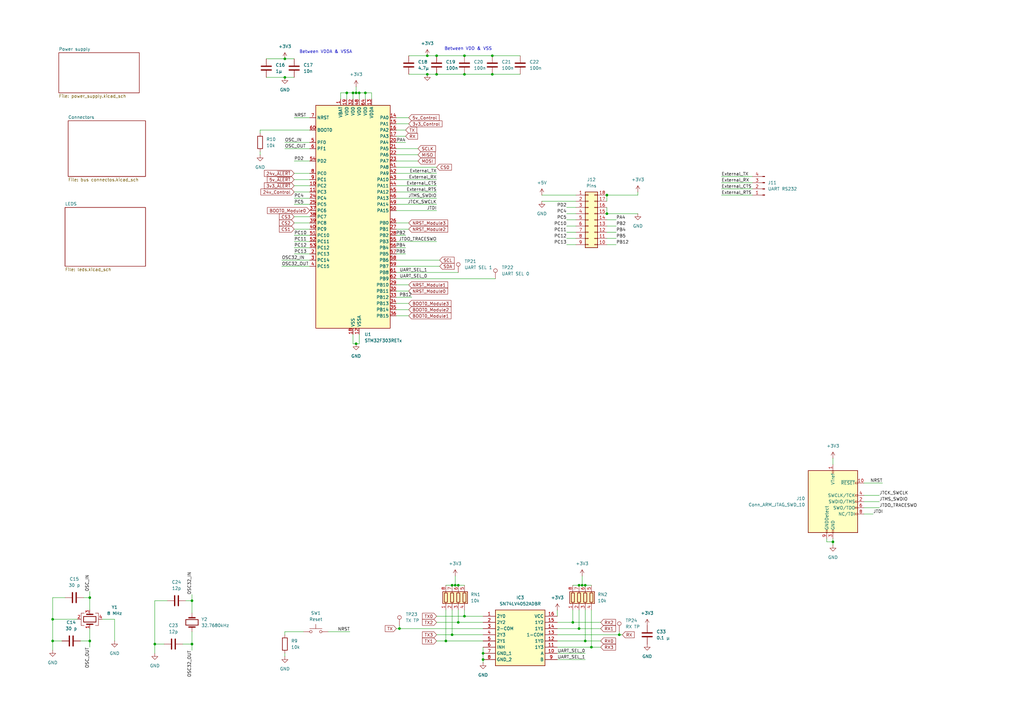
<source format=kicad_sch>
(kicad_sch (version 20231120) (generator "eeschema") (generator_version "8.0")
  (paper "A3")
  (title_block (title "OpenMTB"))
  (lib_symbols
    (symbol "Connector:Conn_01x04_Pin" (pin_names (offset 1.016) hide)
      (property "Reference" "J" (at 0 5.08 0))
      (property "Value" "Conn_01x04_Pin" (at 0 -7.62 0))
      (symbol "Conn_01x04_Pin_1_1"
        (polyline (pts (xy 1.27 -5.08) (xy 0.8636 -5.08)) (stroke (width 0.1524)))
        (polyline (pts (xy 1.27 -2.54) (xy 0.8636 -2.54)) (stroke (width 0.1524)))
        (polyline (pts (xy 1.27 0) (xy 0.8636 0)) (stroke (width 0.1524)))
        (polyline (pts (xy 1.27 2.54) (xy 0.8636 2.54)) (stroke (width 0.1524)))
        (rectangle (start 0.8636 -4.953) (end 0 -5.207) (stroke (width 0.1524)) (fill (type outline)))
        (rectangle (start 0.8636 -2.413) (end 0 -2.667) (stroke (width 0.1524)) (fill (type outline)))
        (rectangle (start 0.8636 0.127) (end 0 -0.127) (stroke (width 0.1524)) (fill (type outline)))
        (rectangle (start 0.8636 2.667) (end 0 2.413) (stroke (width 0.1524)) (fill (type outline)))
        (pin passive line (at 5.08 2.54 180) (length 3.81) (name "Pin_1") (number "1"))
        (pin passive line (at 5.08 0 180) (length 3.81) (name "Pin_2") (number "2"))
        (pin passive line (at 5.08 -2.54 180) (length 3.81) (name "Pin_3") (number "3"))
        (pin passive line (at 5.08 -5.08 180) (length 3.81) (name "Pin_4") (number "4"))
      )
    )
    (symbol "Connector:Conn_ARM_JTAG_SWD_10" (pin_names (offset 1.016))
      (property "Reference" "J" (at -2.54 16.51 0))
      (property "Value" "Conn_ARM_JTAG_SWD_10" (at -2.54 13.97 0))
      (symbol "Conn_ARM_JTAG_SWD_10_0_1"
        (rectangle (start -10.16 12.7) (end 10.16 -12.7) (stroke (width 0.254)) (fill (type background)))
        (rectangle (start -2.794 -12.7) (end -2.286 -11.684))
        (rectangle (start -0.254 -12.7) (end 0.254 -11.684))
        (rectangle (start -0.254 12.7) (end 0.254 11.684))
        (rectangle (start 9.144 2.286) (end 10.16 2.794))
        (rectangle (start 10.16 -2.794) (end 9.144 -2.286))
        (rectangle (start 10.16 -0.254) (end 9.144 0.254))
        (rectangle (start 10.16 7.874) (end 9.144 7.366))
      )
      (symbol "Conn_ARM_JTAG_SWD_10_1_1"
        (rectangle (start 9.144 -5.334) (end 10.16 -4.826))
        (pin power_in line (at 0 15.24 270) (length 2.54) (name "VTref") (number "1"))
        (pin open_collector line (at 12.7 7.62 180) (length 2.54) (name "~{RESET}") (number "10"))
        (pin bidirectional line (at 12.7 0 180) (length 2.54) (name "SWDIO/TMS") (number "2"))
        (pin power_in line (at 0 -15.24 90) (length 2.54) (name "GND") (number "3"))
        (pin output line (at 12.7 2.54 180) (length 2.54) (name "SWCLK/TCK") (number "4"))
        (pin passive line (at 0 -15.24 90) (length 2.54) hide (name "GND") (number "5"))
        (pin input line (at 12.7 -2.54 180) (length 2.54) (name "SWO/TDO") (number "6"))
        (pin no_connect line (at -10.16 0 0) (length 2.54) hide (name "KEY") (number "7"))
        (pin output line (at 12.7 -5.08 180) (length 2.54) (name "NC/TDI") (number "8"))
        (pin passive line (at -2.54 -15.24 90) (length 2.54) (name "GNDDetect") (number "9"))
      )
    )
    (symbol "Connector:TestPoint" (pin_numbers hide) (pin_names (offset 0.762) hide)
      (property "Reference" "TP" (at 0 6.858 0))
      (property "Value" "TestPoint" (at 0 5.08 0))
      (symbol "TestPoint_0_1"
        (circle (center 0 3.302) (radius 0.762))
      )
      (symbol "TestPoint_1_1"
        (pin passive line (at 0 0 90) (length 2.54) (name "1") (number "1"))
      )
    )
    (symbol "Connector_Generic:Conn_02x09_Counter_Clockwise" (pin_names (offset 1.016) hide)
      (property "Reference" "J" (at 1.27 12.7 0))
      (property "Value" "Conn_02x09_Counter_Clockwise" (at 1.27 -12.7 0))
      (symbol "Conn_02x09_Counter_Clockwise_1_1"
        (rectangle (start -1.27 -10.033) (end 0 -10.287) (stroke (width 0.1524)))
        (rectangle (start -1.27 -7.493) (end 0 -7.747) (stroke (width 0.1524)))
        (rectangle (start -1.27 -4.953) (end 0 -5.207) (stroke (width 0.1524)))
        (rectangle (start -1.27 -2.413) (end 0 -2.667) (stroke (width 0.1524)))
        (rectangle (start -1.27 0.127) (end 0 -0.127) (stroke (width 0.1524)))
        (rectangle (start -1.27 2.667) (end 0 2.413) (stroke (width 0.1524)))
        (rectangle (start -1.27 5.207) (end 0 4.953) (stroke (width 0.1524)))
        (rectangle (start -1.27 7.747) (end 0 7.493) (stroke (width 0.1524)))
        (rectangle (start -1.27 10.287) (end 0 10.033) (stroke (width 0.1524)))
        (rectangle (start -1.27 11.43) (end 3.81 -11.43) (stroke (width 0.254)) (fill (type background)))
        (rectangle (start 3.81 -10.033) (end 2.54 -10.287) (stroke (width 0.1524)))
        (rectangle (start 3.81 -7.493) (end 2.54 -7.747) (stroke (width 0.1524)))
        (rectangle (start 3.81 -4.953) (end 2.54 -5.207) (stroke (width 0.1524)))
        (rectangle (start 3.81 -2.413) (end 2.54 -2.667) (stroke (width 0.1524)))
        (rectangle (start 3.81 0.127) (end 2.54 -0.127) (stroke (width 0.1524)))
        (rectangle (start 3.81 2.667) (end 2.54 2.413) (stroke (width 0.1524)))
        (rectangle (start 3.81 5.207) (end 2.54 4.953) (stroke (width 0.1524)))
        (rectangle (start 3.81 7.747) (end 2.54 7.493) (stroke (width 0.1524)))
        (rectangle (start 3.81 10.287) (end 2.54 10.033) (stroke (width 0.1524)))
        (pin passive line (at -5.08 10.16 0) (length 3.81) (name "Pin_1") (number "1"))
        (pin passive line (at 7.62 -10.16 180) (length 3.81) (name "Pin_10") (number "10"))
        (pin passive line (at 7.62 -7.62 180) (length 3.81) (name "Pin_11") (number "11"))
        (pin passive line (at 7.62 -5.08 180) (length 3.81) (name "Pin_12") (number "12"))
        (pin passive line (at 7.62 -2.54 180) (length 3.81) (name "Pin_13") (number "13"))
        (pin passive line (at 7.62 0 180) (length 3.81) (name "Pin_14") (number "14"))
        (pin passive line (at 7.62 2.54 180) (length 3.81) (name "Pin_15") (number "15"))
        (pin passive line (at 7.62 5.08 180) (length 3.81) (name "Pin_16") (number "16"))
        (pin passive line (at 7.62 7.62 180) (length 3.81) (name "Pin_17") (number "17"))
        (pin passive line (at 7.62 10.16 180) (length 3.81) (name "Pin_18") (number "18"))
        (pin passive line (at -5.08 7.62 0) (length 3.81) (name "Pin_2") (number "2"))
        (pin passive line (at -5.08 5.08 0) (length 3.81) (name "Pin_3") (number "3"))
        (pin passive line (at -5.08 2.54 0) (length 3.81) (name "Pin_4") (number "4"))
        (pin passive line (at -5.08 0 0) (length 3.81) (name "Pin_5") (number "5"))
        (pin passive line (at -5.08 -2.54 0) (length 3.81) (name "Pin_6") (number "6"))
        (pin passive line (at -5.08 -5.08 0) (length 3.81) (name "Pin_7") (number "7"))
        (pin passive line (at -5.08 -7.62 0) (length 3.81) (name "Pin_8") (number "8"))
        (pin passive line (at -5.08 -10.16 0) (length 3.81) (name "Pin_9") (number "9"))
      )
    )
    (symbol "Device:C" (pin_numbers hide) (pin_names (offset 0.254))
      (property "Reference" "C" (at 0.635 2.54 0))
      (property "Value" "C" (at 0.635 -2.54 0))
      (symbol "C_0_1"
        (polyline (pts (xy -2.032 -0.762) (xy 2.032 -0.762)) (stroke (width 0.508)))
        (polyline (pts (xy -2.032 0.762) (xy 2.032 0.762)) (stroke (width 0.508)))
      )
      (symbol "C_1_1"
        (pin passive line (at 0 3.81 270) (length 2.794) (name "~") (number "1"))
        (pin passive line (at 0 -3.81 90) (length 2.794) (name "~") (number "2"))
      )
    )
    (symbol "Device:Crystal" (pin_numbers hide) (pin_names (offset 1.016) hide)
      (property "Reference" "Y" (at 0 3.81 0))
      (property "Value" "Crystal" (at 0 -3.81 0))
      (symbol "Crystal_0_1"
        (rectangle (start -1.143 2.54) (end 1.143 -2.54) (stroke (width 0.3048)))
        (polyline (pts (xy -2.54 0) (xy -1.905 0)))
        (polyline (pts (xy -1.905 -1.27) (xy -1.905 1.27)) (stroke (width 0.508)))
        (polyline (pts (xy 1.905 -1.27) (xy 1.905 1.27)) (stroke (width 0.508)))
        (polyline (pts (xy 2.54 0) (xy 1.905 0)))
      )
      (symbol "Crystal_1_1"
        (pin passive line (at -3.81 0 0) (length 1.27) (name "1") (number "1"))
        (pin passive line (at 3.81 0 180) (length 1.27) (name "2") (number "2"))
      )
    )
    (symbol "Device:Crystal_GND24" (pin_names (offset 1.016) hide)
      (property "Reference" "Y" (at 3.175 5.08 0))
      (property "Value" "Crystal_GND24" (at 3.175 3.175 0))
      (symbol "Crystal_GND24_0_1"
        (rectangle (start -1.143 2.54) (end 1.143 -2.54) (stroke (width 0.3048)))
        (polyline (pts (xy -2.54 0) (xy -2.032 0)))
        (polyline (pts (xy -2.032 -1.27) (xy -2.032 1.27)) (stroke (width 0.508)))
        (polyline (pts (xy 0 -3.81) (xy 0 -3.556)))
        (polyline (pts (xy 0 3.556) (xy 0 3.81)))
        (polyline (pts (xy 2.032 -1.27) (xy 2.032 1.27)) (stroke (width 0.508)))
        (polyline (pts (xy 2.032 0) (xy 2.54 0)))
        (polyline (pts (xy -2.54 -2.286) (xy -2.54 -3.556) (xy 2.54 -3.556) (xy 2.54 -2.286)))
        (polyline (pts (xy -2.54 2.286) (xy -2.54 3.556) (xy 2.54 3.556) (xy 2.54 2.286)))
      )
      (symbol "Crystal_GND24_1_1"
        (pin passive line (at -3.81 0 0) (length 1.27) (name "1") (number "1"))
        (pin passive line (at 0 5.08 270) (length 1.27) (name "2") (number "2"))
        (pin passive line (at 3.81 0 180) (length 1.27) (name "3") (number "3"))
        (pin passive line (at 0 -5.08 90) (length 1.27) (name "4") (number "4"))
      )
    )
    (symbol "Device:R" (pin_numbers hide) (pin_names (offset 0))
      (property "Reference" "R" (at 2.032 0 90))
      (property "Value" "R" (at 0 0 90))
      (symbol "R_0_1"
        (rectangle (start -1.016 -2.54) (end 1.016 2.54) (stroke (width 0.254)))
      )
      (symbol "R_1_1"
        (pin passive line (at 0 3.81 270) (length 1.27) (name "~") (number "1"))
        (pin passive line (at 0 -3.81 90) (length 1.27) (name "~") (number "2"))
      )
    )
    (symbol "Device:R_Pack04" (pin_names (offset 0) hide)
      (property "Reference" "RN" (at -7.62 0 90))
      (property "Value" "R_Pack04" (at 5.08 0 90))
      (symbol "R_Pack04_0_1"
        (rectangle (start -6.35 -2.413) (end 3.81 2.413) (stroke (width 0.254)) (fill (type background)))
        (rectangle (start -5.715 1.905) (end -4.445 -1.905) (stroke (width 0.254)))
        (rectangle (start -3.175 1.905) (end -1.905 -1.905) (stroke (width 0.254)))
        (rectangle (start -0.635 1.905) (end 0.635 -1.905) (stroke (width 0.254)))
        (polyline (pts (xy -5.08 -2.54) (xy -5.08 -1.905)))
        (polyline (pts (xy -5.08 1.905) (xy -5.08 2.54)))
        (polyline (pts (xy -2.54 -2.54) (xy -2.54 -1.905)))
        (polyline (pts (xy -2.54 1.905) (xy -2.54 2.54)))
        (polyline (pts (xy 0 -2.54) (xy 0 -1.905)))
        (polyline (pts (xy 0 1.905) (xy 0 2.54)))
        (polyline (pts (xy 2.54 -2.54) (xy 2.54 -1.905)))
        (polyline (pts (xy 2.54 1.905) (xy 2.54 2.54)))
        (rectangle (start 1.905 1.905) (end 3.175 -1.905) (stroke (width 0.254)))
      )
      (symbol "R_Pack04_1_1"
        (pin passive line (at -5.08 -5.08 90) (length 2.54) (name "R1.1") (number "1"))
        (pin passive line (at -2.54 -5.08 90) (length 2.54) (name "R2.1") (number "2"))
        (pin passive line (at 0 -5.08 90) (length 2.54) (name "R3.1") (number "3"))
        (pin passive line (at 2.54 -5.08 90) (length 2.54) (name "R4.1") (number "4"))
        (pin passive line (at 2.54 5.08 270) (length 2.54) (name "R4.2") (number "5"))
        (pin passive line (at 0 5.08 270) (length 2.54) (name "R3.2") (number "6"))
        (pin passive line (at -2.54 5.08 270) (length 2.54) (name "R2.2") (number "7"))
        (pin passive line (at -5.08 5.08 270) (length 2.54) (name "R1.2") (number "8"))
      )
    )
    (symbol "MCU_ST_STM32F3:STM32F303RETx"
      (property "Reference" "U" (at -15.24 46.99 0))
      (property "Value" "STM32F303RETx" (at 10.16 46.99 0))
      (symbol "STM32F303RETx_0_1"
        (rectangle (start -15.24 -45.72) (end 15.24 45.72) (stroke (width 0.254)) (fill (type background)))
      )
      (symbol "STM32F303RETx_1_1"
        (pin power_in line (at -5.08 48.26 270) (length 2.54) (name "VBAT") (number "1"))
        (pin bidirectional line (at -17.78 12.7 0) (length 2.54) (name "PC2") (number "10"))
        (pin bidirectional line (at -17.78 10.16 0) (length 2.54) (name "PC3") (number "11"))
        (pin power_in line (at 2.54 -48.26 90) (length 2.54) (name "VSSA") (number "12"))
        (pin power_in line (at 7.62 48.26 270) (length 2.54) (name "VDDA") (number "13"))
        (pin bidirectional line (at 17.78 40.64 180) (length 2.54) (name "PA0") (number "14"))
        (pin bidirectional line (at 17.78 38.1 180) (length 2.54) (name "PA1") (number "15"))
        (pin bidirectional line (at 17.78 35.56 180) (length 2.54) (name "PA2") (number "16"))
        (pin bidirectional line (at 17.78 33.02 180) (length 2.54) (name "PA3") (number "17"))
        (pin power_in line (at 0 -48.26 90) (length 2.54) (name "VSS") (number "18"))
        (pin power_in line (at -2.54 48.26 270) (length 2.54) (name "VDD") (number "19"))
        (pin bidirectional line (at -17.78 -15.24 0) (length 2.54) (name "PC13") (number "2"))
        (pin bidirectional line (at 17.78 30.48 180) (length 2.54) (name "PA4") (number "20"))
        (pin bidirectional line (at 17.78 27.94 180) (length 2.54) (name "PA5") (number "21"))
        (pin bidirectional line (at 17.78 25.4 180) (length 2.54) (name "PA6") (number "22"))
        (pin bidirectional line (at 17.78 22.86 180) (length 2.54) (name "PA7") (number "23"))
        (pin bidirectional line (at -17.78 7.62 0) (length 2.54) (name "PC4") (number "24"))
        (pin bidirectional line (at -17.78 5.08 0) (length 2.54) (name "PC5") (number "25"))
        (pin bidirectional line (at 17.78 -2.54 180) (length 2.54) (name "PB0") (number "26"))
        (pin bidirectional line (at 17.78 -5.08 180) (length 2.54) (name "PB1") (number "27"))
        (pin bidirectional line (at 17.78 -7.62 180) (length 2.54) (name "PB2") (number "28"))
        (pin bidirectional line (at 17.78 -27.94 180) (length 2.54) (name "PB10") (number "29"))
        (pin bidirectional line (at -17.78 -17.78 0) (length 2.54) (name "PC14") (number "3"))
        (pin bidirectional line (at 17.78 -30.48 180) (length 2.54) (name "PB11") (number "30"))
        (pin passive line (at 0 -48.26 90) (length 2.54) hide (name "VSS") (number "31"))
        (pin power_in line (at 0 48.26 270) (length 2.54) (name "VDD") (number "32"))
        (pin bidirectional line (at 17.78 -33.02 180) (length 2.54) (name "PB12") (number "33"))
        (pin bidirectional line (at 17.78 -35.56 180) (length 2.54) (name "PB13") (number "34"))
        (pin bidirectional line (at 17.78 -38.1 180) (length 2.54) (name "PB14") (number "35"))
        (pin bidirectional line (at 17.78 -40.64 180) (length 2.54) (name "PB15") (number "36"))
        (pin bidirectional line (at -17.78 2.54 0) (length 2.54) (name "PC6") (number "37"))
        (pin bidirectional line (at -17.78 0 0) (length 2.54) (name "PC7") (number "38"))
        (pin bidirectional line (at -17.78 -2.54 0) (length 2.54) (name "PC8") (number "39"))
        (pin bidirectional line (at -17.78 -20.32 0) (length 2.54) (name "PC15") (number "4"))
        (pin bidirectional line (at -17.78 -5.08 0) (length 2.54) (name "PC9") (number "40"))
        (pin bidirectional line (at 17.78 20.32 180) (length 2.54) (name "PA8") (number "41"))
        (pin bidirectional line (at 17.78 17.78 180) (length 2.54) (name "PA9") (number "42"))
        (pin bidirectional line (at 17.78 15.24 180) (length 2.54) (name "PA10") (number "43"))
        (pin bidirectional line (at 17.78 12.7 180) (length 2.54) (name "PA11") (number "44"))
        (pin bidirectional line (at 17.78 10.16 180) (length 2.54) (name "PA12") (number "45"))
        (pin bidirectional line (at 17.78 7.62 180) (length 2.54) (name "PA13") (number "46"))
        (pin passive line (at 0 -48.26 90) (length 2.54) hide (name "VSS") (number "47"))
        (pin power_in line (at 2.54 48.26 270) (length 2.54) (name "VDD") (number "48"))
        (pin bidirectional line (at 17.78 5.08 180) (length 2.54) (name "PA14") (number "49"))
        (pin bidirectional line (at -17.78 30.48 0) (length 2.54) (name "PF0") (number "5"))
        (pin bidirectional line (at 17.78 2.54 180) (length 2.54) (name "PA15") (number "50"))
        (pin bidirectional line (at -17.78 -7.62 0) (length 2.54) (name "PC10") (number "51"))
        (pin bidirectional line (at -17.78 -10.16 0) (length 2.54) (name "PC11") (number "52"))
        (pin bidirectional line (at -17.78 -12.7 0) (length 2.54) (name "PC12") (number "53"))
        (pin bidirectional line (at -17.78 22.86 0) (length 2.54) (name "PD2") (number "54"))
        (pin bidirectional line (at 17.78 -10.16 180) (length 2.54) (name "PB3") (number "55"))
        (pin bidirectional line (at 17.78 -12.7 180) (length 2.54) (name "PB4") (number "56"))
        (pin bidirectional line (at 17.78 -15.24 180) (length 2.54) (name "PB5") (number "57"))
        (pin bidirectional line (at 17.78 -17.78 180) (length 2.54) (name "PB6") (number "58"))
        (pin bidirectional line (at 17.78 -20.32 180) (length 2.54) (name "PB7") (number "59"))
        (pin bidirectional line (at -17.78 27.94 0) (length 2.54) (name "PF1") (number "6"))
        (pin input line (at -17.78 35.56 0) (length 2.54) (name "BOOT0") (number "60"))
        (pin bidirectional line (at 17.78 -22.86 180) (length 2.54) (name "PB8") (number "61"))
        (pin bidirectional line (at 17.78 -25.4 180) (length 2.54) (name "PB9") (number "62"))
        (pin passive line (at 0 -48.26 90) (length 2.54) hide (name "VSS") (number "63"))
        (pin power_in line (at 5.08 48.26 270) (length 2.54) (name "VDD") (number "64"))
        (pin input line (at -17.78 40.64 0) (length 2.54) (name "NRST") (number "7"))
        (pin bidirectional line (at -17.78 17.78 0) (length 2.54) (name "PC0") (number "8"))
        (pin bidirectional line (at -17.78 15.24 0) (length 2.54) (name "PC1") (number "9"))
      )
    )
    (symbol "Switch:SW_Omron_B3FS" (pin_numbers hide) (pin_names (offset 1.016) hide)
      (property "Reference" "SW" (at 1.27 2.54 0))
      (property "Value" "SW_Omron_B3FS" (at 0 -1.524 0))
      (symbol "SW_Omron_B3FS_0_1"
        (circle (center -2.032 0) (radius 0.508))
        (polyline (pts (xy 0 1.27) (xy 0 3.048)))
        (polyline (pts (xy 2.54 1.27) (xy -2.54 1.27)))
        (circle (center 2.032 0) (radius 0.508))
        (pin passive line (at -5.08 0 0) (length 2.54) (name "1") (number "1"))
        (pin passive line (at 5.08 0 180) (length 2.54) (name "2") (number "2"))
      )
    )
    (symbol "mouser:SN74LV4052ADBR"
      (property "Reference" "IC" (at 26.67 7.62 0))
      (property "Value" "SN74LV4052ADBR" (at 26.67 5.08 0))
      (symbol "SN74LV4052ADBR_1_1"
        (rectangle (start 5.08 2.54) (end 25.4 -20.32) (stroke (width 0.254)) (fill (type background)))
        (pin passive line (at 0 0 0) (length 5.08) (name "2Y0") (number "1"))
        (pin passive line (at 30.48 -15.24 180) (length 5.08) (name "A") (number "10"))
        (pin passive line (at 30.48 -12.7 180) (length 5.08) (name "1Y3") (number "11"))
        (pin passive line (at 30.48 -10.16 180) (length 5.08) (name "1Y0") (number "12"))
        (pin passive line (at 30.48 -7.62 180) (length 5.08) (name "1-COM") (number "13"))
        (pin passive line (at 30.48 -5.08 180) (length 5.08) (name "1Y1") (number "14"))
        (pin passive line (at 30.48 -2.54 180) (length 5.08) (name "1Y2") (number "15"))
        (pin passive line (at 30.48 0 180) (length 5.08) (name "VCC") (number "16"))
        (pin passive line (at 0 -2.54 0) (length 5.08) (name "2Y2") (number "2"))
        (pin passive line (at 0 -5.08 0) (length 5.08) (name "2-COM") (number "3"))
        (pin passive line (at 0 -7.62 0) (length 5.08) (name "2Y3") (number "4"))
        (pin passive line (at 0 -10.16 0) (length 5.08) (name "2Y1") (number "5"))
        (pin passive line (at 0 -12.7 0) (length 5.08) (name "INH") (number "6"))
        (pin passive line (at 0 -15.24 0) (length 5.08) (name "GND_1") (number "7"))
        (pin passive line (at 0 -17.78 0) (length 5.08) (name "GND_2") (number "8"))
        (pin passive line (at 30.48 -17.78 180) (length 5.08) (name "B") (number "9"))
      )
    )
    (symbol "power:+3V3" (power) (pin_numbers hide) (pin_names (offset 0) hide)
      (property "Value" "+3V3" (at 0 3.556 0))
      (symbol "+3V3_0_1"
        (polyline (pts (xy -0.762 1.27) (xy 0 2.54)))
        (polyline (pts (xy 0 0) (xy 0 2.54)))
        (polyline (pts (xy 0 2.54) (xy 0.762 1.27)))
      )
      (symbol "+3V3_1_1"
        (pin power_in line (at 0 0 90) (length 0) (name "~") (number "1"))
      )
    )
    (symbol "power:+5V" (power) (pin_numbers hide) (pin_names (offset 0) hide)
      (property "Value" "+5V" (at 0 3.556 0))
      (symbol "+5V_0_1"
        (polyline (pts (xy -0.762 1.27) (xy 0 2.54)))
        (polyline (pts (xy 0 0) (xy 0 2.54)))
        (polyline (pts (xy 0 2.54) (xy 0.762 1.27)))
      )
      (symbol "+5V_1_1"
        (pin power_in line (at 0 0 90) (length 0) (name "~") (number "1"))
      )
    )
    (symbol "power:GND" (power) (pin_numbers hide) (pin_names (offset 0) hide)
      (property "Value" "GND" (at 0 -3.81 0))
      (symbol "GND_0_1"
        (polyline (pts (xy 0 0) (xy 0 -1.27) (xy 1.27 -1.27) (xy 0 -2.54) (xy -1.27 -1.27) (xy 0 -1.27)))
      )
      (symbol "GND_1_1"
        (pin power_in line (at 0 0 270) (length 0) (name "~") (number "1"))
      )
    )
  )
  (junction (at 36.83 262.89))
  (junction (at 185.42 240.03))
  (junction (at 234.95 255.27))
  (junction (at 175.26 22.86))
  (junction (at 179.07 22.86))
  (junction (at 185.42 260.35))
  (junction (at 242.57 265.43))
  (junction (at 201.93 30.48))
  (junction (at 146.05 140.97))
  (junction (at 238.76 240.03))
  (junction (at 237.49 240.03))
  (junction (at 146.05 38.1))
  (junction (at 341.63 222.25))
  (junction (at 78.74 264.16))
  (junction (at 187.96 255.27))
  (junction (at 248.92 87.63))
  (junction (at 240.03 262.89))
  (junction (at 198.12 267.97))
  (junction (at 78.74 246.38))
  (junction (at 149.86 38.1))
  (junction (at 198.12 270.51))
  (junction (at 190.5 252.73))
  (junction (at 144.78 38.1))
  (junction (at 240.03 240.03))
  (junction (at 182.88 262.89))
  (junction (at 147.32 38.1))
  (junction (at 21.59 262.89))
  (junction (at 21.59 254))
  (junction (at 142.24 38.1))
  (junction (at 179.07 30.48))
  (junction (at 163.83 257.81))
  (junction (at 190.5 30.48))
  (junction (at 237.49 257.81))
  (junction (at 116.84 24.13))
  (junction (at 36.83 245.11))
  (junction (at 201.93 22.86))
  (junction (at 175.26 30.48))
  (junction (at 116.84 31.75))
  (junction (at 187.96 240.03))
  (junction (at 254 260.35))
  (junction (at 63.5 264.16))
  (junction (at 190.5 22.86))
  (junction (at 186.69 240.03))
  (junction (at 248.92 80.01))
  (wire (pts (xy 187.96 240.03) (xy 186.69 240.03)))
  (wire (pts (xy 78.74 259.08) (xy 78.74 264.16)))
  (wire (pts (xy 182.88 262.89) (xy 198.12 262.89)))
  (wire (pts (xy 175.26 30.48) (xy 179.07 30.48)))
  (wire (pts (xy 120.65 101.6) (xy 127 101.6)))
  (wire (pts (xy 63.5 264.16) (xy 63.5 267.97)))
  (wire (pts (xy 232.41 100.33) (xy 236.22 100.33)))
  (wire (pts (xy 116.84 31.75) (xy 120.65 31.75)))
  (wire (pts (xy 120.65 83.82) (xy 127 83.82)))
  (wire (pts (xy 182.88 250.19) (xy 182.88 262.89)))
  (wire (pts (xy 116.84 259.08) (xy 116.84 260.35)))
  (wire (pts (xy 116.84 60.96) (xy 127 60.96)))
  (wire (pts (xy 295.91 74.93) (xy 308.61 74.93)))
  (wire (pts (xy 120.65 104.14) (xy 127 104.14)))
  (wire (pts (xy 139.7 40.64) (xy 139.7 38.1)))
  (wire (pts (xy 120.65 99.06) (xy 127 99.06)))
  (wire (pts (xy 232.41 87.63) (xy 236.22 87.63)))
  (wire (pts (xy 167.64 116.84) (xy 162.56 116.84)))
  (wire (pts (xy 252.73 90.17) (xy 248.92 90.17)))
  (wire (pts (xy 109.22 24.13) (xy 116.84 24.13)))
  (wire (pts (xy 228.6 250.19) (xy 228.6 252.73)))
  (wire (pts (xy 167.64 129.54) (xy 162.56 129.54)))
  (wire (pts (xy 248.92 87.63) (xy 261.62 87.63)))
  (wire (pts (xy 134.62 259.08) (xy 143.51 259.08)))
  (wire (pts (xy 179.07 71.12) (xy 162.56 71.12)))
  (wire (pts (xy 171.45 60.96) (xy 162.56 60.96)))
  (wire (pts (xy 144.78 140.97) (xy 146.05 140.97)))
  (wire (pts (xy 242.57 240.03) (xy 240.03 240.03)))
  (wire (pts (xy 116.84 24.13) (xy 120.65 24.13)))
  (wire (pts (xy 179.07 260.35) (xy 185.42 260.35)))
  (wire (pts (xy 198.12 271.78) (xy 198.12 270.51)))
  (wire (pts (xy 179.07 22.86) (xy 190.5 22.86)))
  (wire (pts (xy 234.95 255.27) (xy 246.38 255.27)))
  (wire (pts (xy 237.49 257.81) (xy 246.38 257.81)))
  (wire (pts (xy 127 53.34) (xy 106.68 53.34)))
  (wire (pts (xy 179.07 86.36) (xy 162.56 86.36)))
  (wire (pts (xy 261.62 80.01) (xy 261.62 78.74)))
  (wire (pts (xy 175.26 22.86) (xy 179.07 22.86)))
  (wire (pts (xy 179.07 30.48) (xy 190.5 30.48)))
  (wire (pts (xy 21.59 245.11) (xy 21.59 254)))
  (wire (pts (xy 240.03 262.89) (xy 246.38 262.89)))
  (wire (pts (xy 120.65 88.9) (xy 127 88.9)))
  (wire (pts (xy 228.6 257.81) (xy 237.49 257.81)))
  (wire (pts (xy 120.65 48.26) (xy 127 48.26)))
  (wire (pts (xy 232.41 97.79) (xy 236.22 97.79)))
  (wire (pts (xy 254 259.08) (xy 254 260.35)))
  (wire (pts (xy 232.41 92.71) (xy 236.22 92.71)))
  (wire (pts (xy 162.56 257.81) (xy 163.83 257.81)))
  (wire (pts (xy 78.74 264.16) (xy 78.74 266.7)))
  (wire (pts (xy 185.42 250.19) (xy 185.42 260.35)))
  (wire (pts (xy 120.65 96.52) (xy 127 96.52)))
  (wire (pts (xy 166.37 58.42) (xy 162.56 58.42)))
  (wire (pts (xy 228.6 260.35) (xy 254 260.35)))
  (wire (pts (xy 228.6 267.97) (xy 240.03 267.97)))
  (wire (pts (xy 152.4 40.64) (xy 152.4 38.1)))
  (wire (pts (xy 120.65 66.04) (xy 127 66.04)))
  (wire (pts (xy 106.68 53.34) (xy 106.68 54.61)))
  (wire (pts (xy 76.2 246.38) (xy 78.74 246.38)))
  (wire (pts (xy 78.74 243.84) (xy 78.74 246.38)))
  (wire (pts (xy 242.57 250.19) (xy 242.57 265.43)))
  (wire (pts (xy 144.78 137.16) (xy 144.78 140.97)))
  (wire (pts (xy 147.32 137.16) (xy 147.32 140.97)))
  (wire (pts (xy 41.91 254) (xy 46.99 254)))
  (wire (pts (xy 21.59 254) (xy 21.59 262.89)))
  (wire (pts (xy 21.59 262.89) (xy 21.59 266.7)))
  (wire (pts (xy 78.74 246.38) (xy 78.74 251.46)))
  (wire (pts (xy 167.64 48.26) (xy 162.56 48.26)))
  (wire (pts (xy 162.56 68.58) (xy 179.07 68.58)))
  (wire (pts (xy 341.63 223.52) (xy 341.63 222.25)))
  (wire (pts (xy 186.69 240.03) (xy 186.69 236.22)))
  (wire (pts (xy 162.56 114.3) (xy 203.2 114.3)))
  (wire (pts (xy 21.59 262.89) (xy 25.4 262.89)))
  (wire (pts (xy 166.37 53.34) (xy 162.56 53.34)))
  (wire (pts (xy 149.86 40.64) (xy 149.86 38.1)))
  (wire (pts (xy 36.83 262.89) (xy 36.83 265.43)))
  (wire (pts (xy 162.56 111.76) (xy 187.96 111.76)))
  (wire (pts (xy 167.64 119.38) (xy 162.56 119.38)))
  (wire (pts (xy 163.83 257.81) (xy 198.12 257.81)))
  (wire (pts (xy 232.41 95.25) (xy 236.22 95.25)))
  (wire (pts (xy 295.91 77.47) (xy 308.61 77.47)))
  (wire (pts (xy 171.45 66.04) (xy 162.56 66.04)))
  (wire (pts (xy 201.93 30.48) (xy 213.36 30.48)))
  (wire (pts (xy 120.65 91.44) (xy 127 91.44)))
  (wire (pts (xy 120.65 76.2) (xy 127 76.2)))
  (wire (pts (xy 120.65 78.74) (xy 127 78.74)))
  (wire (pts (xy 360.68 205.74) (xy 354.33 205.74)))
  (wire (pts (xy 147.32 38.1) (xy 147.32 40.64)))
  (wire (pts (xy 179.07 76.2) (xy 162.56 76.2)))
  (wire (pts (xy 358.14 210.82) (xy 354.33 210.82)))
  (wire (pts (xy 198.12 267.97) (xy 198.12 265.43)))
  (wire (pts (xy 240.03 250.19) (xy 240.03 262.89)))
  (wire (pts (xy 234.95 250.19) (xy 234.95 255.27)))
  (wire (pts (xy 167.64 124.46) (xy 162.56 124.46)))
  (wire (pts (xy 237.49 240.03) (xy 238.76 240.03)))
  (wire (pts (xy 166.37 96.52) (xy 162.56 96.52)))
  (wire (pts (xy 115.57 106.68) (xy 127 106.68)))
  (wire (pts (xy 248.92 80.01) (xy 261.62 80.01)))
  (wire (pts (xy 116.84 58.42) (xy 127 58.42)))
  (wire (pts (xy 187.96 250.19) (xy 187.96 255.27)))
  (wire (pts (xy 144.78 38.1) (xy 144.78 40.64)))
  (wire (pts (xy 162.56 106.68) (xy 180.34 106.68)))
  (wire (pts (xy 109.22 31.75) (xy 116.84 31.75)))
  (wire (pts (xy 36.83 242.57) (xy 36.83 245.11)))
  (wire (pts (xy 198.12 270.51) (xy 198.12 267.97)))
  (wire (pts (xy 190.5 30.48) (xy 201.93 30.48)))
  (wire (pts (xy 228.6 265.43) (xy 242.57 265.43)))
  (wire (pts (xy 162.56 99.06) (xy 179.07 99.06)))
  (wire (pts (xy 120.65 71.12) (xy 127 71.12)))
  (wire (pts (xy 190.5 250.19) (xy 190.5 252.73)))
  (wire (pts (xy 179.07 78.74) (xy 162.56 78.74)))
  (wire (pts (xy 163.83 256.54) (xy 163.83 257.81)))
  (wire (pts (xy 360.68 203.2) (xy 354.33 203.2)))
  (wire (pts (xy 115.57 109.22) (xy 127 109.22)))
  (wire (pts (xy 147.32 140.97) (xy 146.05 140.97)))
  (wire (pts (xy 167.64 50.8) (xy 162.56 50.8)))
  (wire (pts (xy 149.86 38.1) (xy 147.32 38.1)))
  (wire (pts (xy 222.25 80.01) (xy 236.22 80.01)))
  (wire (pts (xy 120.65 73.66) (xy 127 73.66)))
  (wire (pts (xy 252.73 95.25) (xy 248.92 95.25)))
  (wire (pts (xy 240.03 240.03) (xy 238.76 240.03)))
  (wire (pts (xy 124.46 259.08) (xy 116.84 259.08)))
  (wire (pts (xy 31.75 254) (xy 21.59 254)))
  (wire (pts (xy 179.07 255.27) (xy 187.96 255.27)))
  (wire (pts (xy 166.37 104.14) (xy 162.56 104.14)))
  (wire (pts (xy 167.64 127) (xy 162.56 127)))
  (wire (pts (xy 222.25 82.55) (xy 236.22 82.55)))
  (wire (pts (xy 120.65 81.28) (xy 127 81.28)))
  (wire (pts (xy 68.58 246.38) (xy 63.5 246.38)))
  (wire (pts (xy 190.5 252.73) (xy 198.12 252.73)))
  (wire (pts (xy 166.37 55.88) (xy 162.56 55.88)))
  (wire (pts (xy 33.02 262.89) (xy 36.83 262.89)))
  (wire (pts (xy 252.73 97.79) (xy 248.92 97.79)))
  (wire (pts (xy 36.83 245.11) (xy 36.83 250.19)))
  (wire (pts (xy 74.93 264.16) (xy 78.74 264.16)))
  (wire (pts (xy 120.65 93.98) (xy 127 93.98)))
  (wire (pts (xy 201.93 22.86) (xy 213.36 22.86)))
  (wire (pts (xy 116.84 267.97) (xy 116.84 269.24)))
  (wire (pts (xy 242.57 265.43) (xy 246.38 265.43)))
  (wire (pts (xy 237.49 250.19) (xy 237.49 257.81)))
  (wire (pts (xy 162.56 83.82) (xy 179.07 83.82)))
  (wire (pts (xy 190.5 22.86) (xy 201.93 22.86)))
  (wire (pts (xy 167.64 22.86) (xy 175.26 22.86)))
  (wire (pts (xy 248.92 80.01) (xy 248.92 82.55)))
  (wire (pts (xy 142.24 38.1) (xy 144.78 38.1)))
  (wire (pts (xy 228.6 262.89) (xy 240.03 262.89)))
  (wire (pts (xy 63.5 246.38) (xy 63.5 264.16)))
  (wire (pts (xy 252.73 92.71) (xy 248.92 92.71)))
  (wire (pts (xy 36.83 257.81) (xy 36.83 262.89)))
  (wire (pts (xy 26.67 245.11) (xy 21.59 245.11)))
  (wire (pts (xy 187.96 255.27) (xy 198.12 255.27)))
  (wire (pts (xy 179.07 262.89) (xy 182.88 262.89)))
  (wire (pts (xy 190.5 240.03) (xy 187.96 240.03)))
  (wire (pts (xy 180.34 109.22) (xy 162.56 109.22)))
  (wire (pts (xy 228.6 255.27) (xy 234.95 255.27)))
  (wire (pts (xy 168.91 121.92) (xy 162.56 121.92)))
  (wire (pts (xy 238.76 240.03) (xy 238.76 236.22)))
  (wire (pts (xy 152.4 38.1) (xy 149.86 38.1)))
  (wire (pts (xy 361.95 198.12) (xy 354.33 198.12)))
  (wire (pts (xy 106.68 62.23) (xy 106.68 63.5)))
  (wire (pts (xy 339.09 222.25) (xy 341.63 222.25)))
  (wire (pts (xy 228.6 270.51) (xy 240.03 270.51)))
  (wire (pts (xy 185.42 260.35) (xy 198.12 260.35)))
  (wire (pts (xy 166.37 101.6) (xy 162.56 101.6)))
  (wire (pts (xy 179.07 81.28) (xy 162.56 81.28)))
  (wire (pts (xy 341.63 222.25) (xy 341.63 220.98)))
  (wire (pts (xy 167.64 93.98) (xy 162.56 93.98)))
  (wire (pts (xy 167.64 30.48) (xy 175.26 30.48)))
  (wire (pts (xy 254 260.35) (xy 255.27 260.35)))
  (wire (pts (xy 63.5 264.16) (xy 67.31 264.16)))
  (wire (pts (xy 167.64 91.44) (xy 162.56 91.44)))
  (wire (pts (xy 146.05 38.1) (xy 146.05 35.56)))
  (wire (pts (xy 186.69 240.03) (xy 185.42 240.03)))
  (wire (pts (xy 179.07 252.73) (xy 190.5 252.73)))
  (wire (pts (xy 341.63 187.96) (xy 341.63 190.5)))
  (wire (pts (xy 139.7 38.1) (xy 142.24 38.1)))
  (wire (pts (xy 185.42 240.03) (xy 182.88 240.03)))
  (wire (pts (xy 248.92 85.09) (xy 248.92 87.63)))
  (wire (pts (xy 252.73 100.33) (xy 248.92 100.33)))
  (wire (pts (xy 295.91 72.39) (xy 308.61 72.39)))
  (wire (pts (xy 147.32 38.1) (xy 146.05 38.1)))
  (wire (pts (xy 144.78 38.1) (xy 146.05 38.1)))
  (wire (pts (xy 171.45 63.5) (xy 162.56 63.5)))
  (wire (pts (xy 142.24 40.64) (xy 142.24 38.1)))
  (wire (pts (xy 295.91 80.01) (xy 308.61 80.01)))
  (wire (pts (xy 232.41 85.09) (xy 236.22 85.09)))
  (wire (pts (xy 360.68 208.28) (xy 354.33 208.28)))
  (wire (pts (xy 46.99 254) (xy 46.99 262.89)))
  (wire (pts (xy 34.29 245.11) (xy 36.83 245.11)))
  (wire (pts (xy 179.07 73.66) (xy 162.56 73.66)))
  (wire (pts (xy 232.41 90.17) (xy 236.22 90.17)))
  (wire (pts (xy 339.09 220.98) (xy 339.09 222.25)))
  (wire (pts (xy 234.95 240.03) (xy 237.49 240.03)))
  (text "Between VDD & VSS" (at 192.024 20.066 0) (effects (font (size 1.27 1.27))))
  (text "Between VDDA & VSSA" (at 133.604 21.336 0) (effects (font (size 1.27 1.27))))
  (label "OSC_OUT" (at 116.84 60.96 0))
  (label "OSC32_IN" (at 115.57 106.68 0))
  (label "NRST" (at 143.51 259.08 180))
  (label "External_TX" (at 295.91 72.39 0))
  (label "PA4" (at 166.37 58.42 180))
  (label "JTDI" (at 358.14 210.82 0))
  (label "OSC_OUT" (at 36.83 265.43 270))
  (label "PC12" (at 120.65 101.6 0))
  (label "UART_SEL_1" (at 175.26 111.76 180))
  (label "PC5" (at 232.41 90.17 180))
  (label "PB4" (at 252.73 95.25 0))
  (label "PC10" (at 120.65 96.52 0))
  (label "PC4" (at 232.41 87.63 180))
  (label "PB12" (at 168.91 121.92 180))
  (label "PC5" (at 120.65 83.82 0))
  (label "External_RX" (at 295.91 74.93 0))
  (label "PD2" (at 120.65 66.04 0))
  (label "JTCK_SWCLK" (at 179.07 83.82 180))
  (label "UART_SEL_0" (at 175.26 114.3 180))
  (label "PB4" (at 166.37 101.6 180))
  (label "PC10" (at 232.41 92.71 180))
  (label "PB5" (at 166.37 104.14 180))
  (label "OSC32_OUT" (at 78.74 266.7 270))
  (label "PC13" (at 232.41 100.33 180))
  (label "External_CTS" (at 295.91 77.47 0))
  (label "External_CTS" (at 179.07 76.2 180))
  (label "JTMS_SWDIO" (at 360.68 205.74 0))
  (label "PD2" (at 232.41 85.09 180))
  (label "External_RTS" (at 295.91 80.01 0))
  (label "OSC_IN" (at 36.83 242.57 90))
  (label "PC4" (at 120.65 81.28 0))
  (label "PA4" (at 252.73 90.17 0))
  (label "PB12" (at 252.73 100.33 0))
  (label "External_RTS" (at 179.07 78.74 180))
  (label "JTCK_SWCLK" (at 360.68 203.2 0))
  (label "PB2" (at 252.73 92.71 0))
  (label "OSC32_OUT" (at 115.57 109.22 0))
  (label "PC11" (at 232.41 95.25 180))
  (label "NRST" (at 361.95 198.12 180))
  (label "External_TX" (at 179.07 71.12 180))
  (label "PC13" (at 120.65 104.14 0))
  (label "OSC32_IN" (at 78.74 243.84 90))
  (label "PC11" (at 120.65 99.06 0))
  (label "UART_SEL_1" (at 240.03 270.51 180))
  (label "NRST" (at 120.65 48.26 0))
  (label "PC12" (at 232.41 97.79 180))
  (label "OSC_IN" (at 116.84 58.42 0))
  (label "JTDO_TRACESWO" (at 179.07 99.06 180))
  (label "PB2" (at 166.37 96.52 180))
  (label "JTDI" (at 179.07 86.36 180))
  (label "UART_SEL_0" (at 240.03 267.97 180))
  (label "JTDO_TRACESWO" (at 360.68 208.28 0))
  (label "JTMS_SWDIO" (at 179.07 81.28 180))
  (label "PB5" (at 252.73 97.79 0))
  (label "External_RX" (at 179.07 73.66 180))
  (global_label "TX3" (shape input) (at 179.07 260.35 180) (property "Intersheetrefs" "${INTERSHEET_REFS}" (effects (hide yes))))
  (global_label "RX0" (shape input) (at 246.38 262.89 0) (property "Intersheetrefs" "${INTERSHEET_REFS}" (effects (hide yes))))
  (global_label "3v3_Control" (shape input) (at 167.64 50.8 0) (property "Intersheetrefs" "${INTERSHEET_REFS}" (effects (hide yes))))
  (global_label "MISO" (shape input) (at 171.45 63.5 0) (property "Intersheetrefs" "${INTERSHEET_REFS}" (effects (hide yes))))
  (global_label "BOOT0_Module0" (shape input) (at 127 86.36 180) (property "Intersheetrefs" "${INTERSHEET_REFS}" (effects (hide yes))))
  (global_label "BOOT0_Module1" (shape input) (at 167.64 129.54 0) (property "Intersheetrefs" "${INTERSHEET_REFS}" (effects (hide yes))))
  (global_label "RX" (shape input) (at 255.27 260.35 0) (property "Intersheetrefs" "${INTERSHEET_REFS}" (effects (hide yes))))
  (global_label "TX2" (shape input) (at 179.07 255.27 180) (property "Intersheetrefs" "${INTERSHEET_REFS}" (effects (hide yes))))
  (global_label "TX" (shape input) (at 166.37 53.34 0) (property "Intersheetrefs" "${INTERSHEET_REFS}" (effects (hide yes))))
  (global_label "5v_~{ALERT}" (shape input) (at 120.65 73.66 180) (property "Intersheetrefs" "${INTERSHEET_REFS}" (effects (hide yes))))
  (global_label "RX2" (shape input) (at 246.38 255.27 0) (property "Intersheetrefs" "${INTERSHEET_REFS}" (effects (hide yes))))
  (global_label "CS1" (shape input) (at 120.65 93.98 180) (property "Intersheetrefs" "${INTERSHEET_REFS}" (effects (hide yes))))
  (global_label "RX" (shape input) (at 166.37 55.88 0) (property "Intersheetrefs" "${INTERSHEET_REFS}" (effects (hide yes))))
  (global_label "SCL" (shape input) (at 180.34 106.68 0) (property "Intersheetrefs" "${INTERSHEET_REFS}" (effects (hide yes))))
  (global_label "TX1" (shape input) (at 179.07 262.89 180) (property "Intersheetrefs" "${INTERSHEET_REFS}" (effects (hide yes))))
  (global_label "NRST_Module0" (shape input) (at 167.64 119.38 0) (property "Intersheetrefs" "${INTERSHEET_REFS}" (effects (hide yes))))
  (global_label "24v_Control" (shape input) (at 120.65 78.74 180) (property "Intersheetrefs" "${INTERSHEET_REFS}" (effects (hide yes))))
  (global_label "3v3_~{ALERT}" (shape input) (at 120.65 76.2 180) (property "Intersheetrefs" "${INTERSHEET_REFS}" (effects (hide yes))))
  (global_label "RX3" (shape input) (at 246.38 265.43 0) (property "Intersheetrefs" "${INTERSHEET_REFS}" (effects (hide yes))))
  (global_label "SCLK" (shape input) (at 171.45 60.96 0) (property "Intersheetrefs" "${INTERSHEET_REFS}" (effects (hide yes))))
  (global_label "NRST_Module2" (shape input) (at 167.64 93.98 0) (property "Intersheetrefs" "${INTERSHEET_REFS}" (effects (hide yes))))
  (global_label "BOOT0_Module3" (shape input) (at 167.64 124.46 0) (property "Intersheetrefs" "${INTERSHEET_REFS}" (effects (hide yes))))
  (global_label "NRST_Module3" (shape input) (at 167.64 91.44 0) (property "Intersheetrefs" "${INTERSHEET_REFS}" (effects (hide yes))))
  (global_label "BOOT0_Module2" (shape input) (at 167.64 127 0) (property "Intersheetrefs" "${INTERSHEET_REFS}" (effects (hide yes))))
  (global_label "CS2" (shape input) (at 120.65 91.44 180) (property "Intersheetrefs" "${INTERSHEET_REFS}" (effects (hide yes))))
  (global_label "24v_~{ALERT}" (shape input) (at 120.65 71.12 180) (property "Intersheetrefs" "${INTERSHEET_REFS}" (effects (hide yes))))
  (global_label "RX1" (shape input) (at 246.38 257.81 0) (property "Intersheetrefs" "${INTERSHEET_REFS}" (effects (hide yes))))
  (global_label "TX0" (shape input) (at 179.07 252.73 180) (property "Intersheetrefs" "${INTERSHEET_REFS}" (effects (hide yes))))
  (global_label "SDA" (shape input) (at 180.34 109.22 0) (property "Intersheetrefs" "${INTERSHEET_REFS}" (effects (hide yes))))
  (global_label "NRST_Module1" (shape input) (at 167.64 116.84 0) (property "Intersheetrefs" "${INTERSHEET_REFS}" (effects (hide yes))))
  (global_label "5v_Control" (shape input) (at 167.64 48.26 0) (property "Intersheetrefs" "${INTERSHEET_REFS}" (effects (hide yes))))
  (global_label "CS0" (shape input) (at 179.07 68.58 0) (property "Intersheetrefs" "${INTERSHEET_REFS}" (effects (hide yes))))
  (global_label "CS3" (shape input) (at 120.65 88.9 180) (property "Intersheetrefs" "${INTERSHEET_REFS}" (effects (hide yes))))
  (global_label "TX" (shape input) (at 162.56 257.81 180) (property "Intersheetrefs" "${INTERSHEET_REFS}" (effects (hide yes))))
  (global_label "MOSI" (shape input) (at 171.45 66.04 0) (property "Intersheetrefs" "${INTERSHEET_REFS}" (effects (hide yes))))
  (symbol (lib_id "power:+3V3") (at 265.43 256.54 0) (unit 1)
    (property "Reference" "#PWR0119" (effects (hide yes)))
    (property "Value" "+3V3" (at 265.43 251.46 0))
    (property "Description" "Power symbol creates a global label with name \"+3V3\"" (effects (hide yes)))
  )
  (symbol (lib_id "Device:R") (at 106.68 58.42 0) (unit 1)
    (property "Reference" "R10" (at 109.22 57.1499 0) (effects (justify left)))
    (property "Value" "10k" (at 109.22 59.6899 0) (effects (justify left)))
    (property "Footprint" "Resistor_SMD:R_0603_1608Metric" (effects (hide yes)))
    (property "Description" "Resistor" (effects (hide yes)))
  )
  (symbol (lib_id "power:+3V3") (at 186.69 236.22 0) (unit 1)
    (property "Reference" "#PWR025" (effects (hide yes)))
    (property "Value" "+3V3" (at 186.69 231.14 0))
    (property "Description" "Power symbol creates a global label with name \"+3V3\"" (effects (hide yes)))
  )
  (symbol (lib_id "power:+3V3") (at 116.84 24.13 0) (unit 1)
    (property "Reference" "#PWR017" (effects (hide yes)))
    (property "Value" "+3V3" (at 116.84 19.05 0))
    (property "Description" "Power symbol creates a global label with name \"+3V3\"" (effects (hide yes)))
  )
  (symbol (lib_id "Device:R") (at 116.84 264.16 0) (unit 1)
    (property "Reference" "R9" (at 119.38 262.8899 0) (effects (justify left)))
    (property "Value" "10k" (at 119.38 265.4299 0) (effects (justify left)))
    (property "Footprint" "Resistor_SMD:R_0603_1608Metric" (effects (hide yes)))
    (property "Description" "Resistor" (effects (hide yes)))
  )
  (symbol (lib_id "power:GND") (at 46.99 262.89 0) (unit 1)
    (property "Reference" "#PWR020" (effects (hide yes)))
    (property "Value" "GND" (at 46.99 267.97 0))
    (property "Description" "Power symbol creates a global label with name \"GND\" , ground" (effects (hide yes)))
  )
  (symbol (lib_id "power:GND") (at 175.26 30.48 0) (unit 1)
    (property "Reference" "#PWR032" (effects (hide yes)))
    (property "Value" "GND" (effects (hide yes)))
    (property "Description" "Power symbol creates a global label with name \"GND\" , ground" (effects (hide yes)))
  )
  (symbol (lib_id "power:GND") (at 21.59 266.7 0) (unit 1)
    (property "Reference" "#PWR019" (effects (hide yes)))
    (property "Value" "GND" (at 21.59 271.78 0))
    (property "Description" "Power symbol creates a global label with name \"GND\" , ground" (effects (hide yes)))
  )
  (symbol (lib_id "Connector_Generic:Conn_02x09_Counter_Clockwise") (at 241.3 90.17 0) (unit 1)
    (property "Reference" "J12" (at 242.57 73.66 0))
    (property "Value" "Pins" (at 242.57 76.2 0))
    (property "Footprint" "Connector_PinHeader_2.54mm:PinHeader_2x09_P2.54mm_Vertical" (effects (hide yes)))
    (property "Description" "Generic connector, double row, 02x09, counter clockwise pin numbering scheme (similar to DIP package numbering), script generated (kicad-library-utils/schlib/autogen/connector/)" (effects (hide yes)))
  )
  (symbol (lib_id "power:GND") (at 63.5 267.97 0) (unit 1)
    (property "Reference" "#PWR074" (effects (hide yes)))
    (property "Value" "GND" (at 63.5 273.05 0))
    (property "Description" "Power symbol creates a global label with name \"GND\" , ground" (effects (hide yes)))
  )
  (symbol (lib_id "Connector:TestPoint") (at 254 259.08 0) (unit 1)
    (property "Reference" "TP24" (at 256.54 254.5079 0) (effects (justify left)))
    (property "Value" "RX TP" (at 256.54 257.0479 0) (effects (justify left)))
    (property "Footprint" "TestPoint:TestPoint_Keystone_5000-5004_Miniature" (effects (hide yes)))
    (property "Description" "test point" (effects (hide yes)))
  )
  (symbol (lib_id "Device:C") (at 109.22 27.94 0) (unit 1)
    (property "Reference" "C16" (at 113.03 26.6699 0) (effects (justify left)))
    (property "Value" "1µ" (at 113.03 29.2099 0) (effects (justify left)))
    (property "Footprint" "Capacitor_SMD:C_0603_1608Metric" (effects (hide yes)))
    (property "Description" "Unpolarized capacitor" (effects (hide yes)))
  )
  (symbol (lib_id "power:+3V3") (at 341.63 187.96 0) (unit 1)
    (property "Reference" "#PWR076" (effects (hide yes)))
    (property "Value" "+3V3" (at 341.63 182.88 0))
    (property "Description" "Power symbol creates a global label with name \"+3V3\"" (effects (hide yes)))
  )
  (symbol (lib_id "Device:C") (at 179.07 26.67 0) (unit 1)
    (property "Reference" "C19" (at 182.88 25.3999 0) (effects (justify left)))
    (property "Value" "100n" (at 182.88 27.9399 0) (effects (justify left)))
    (property "Footprint" "Capacitor_SMD:C_0603_1608Metric" (effects (hide yes)))
    (property "Description" "Unpolarized capacitor" (effects (hide yes)))
  )
  (symbol (lib_id "Switch:SW_Omron_B3FS") (at 129.54 259.08 0) (unit 1)
    (property "Reference" "SW1" (at 129.54 251.46 0))
    (property "Value" "Reset" (at 129.54 254 0))
    (property "Footprint" "Button_Switch_SMD:SW_SPST_Omron_B3FS-100xP" (effects (hide yes)))
    (property "Datasheet" "https://omronfs.omron.com/en_US/ecb/products/pdf/en-b3fs.pdf" (effects (hide yes)))
    (property "Description" "Omron B3FS 6x6mm single pole normally-open tactile switch" (effects (hide yes)))
  )
  (symbol (lib_id "power:+3V3") (at 261.62 78.74 0) (unit 1)
    (property "Reference" "#PWR0122" (effects (hide yes)))
    (property "Value" "+3V3" (at 261.62 73.66 0))
    (property "Description" "Power symbol creates a global label with name \"+3V3\"" (effects (hide yes)))
  )
  (symbol (lib_id "Device:C") (at 72.39 246.38 90) (unit 1)
    (property "Reference" "C24" (at 72.39 238.76 90))
    (property "Value" "12p" (at 72.39 241.3 90))
    (property "Footprint" "Capacitor_SMD:C_0603_1608Metric" (effects (hide yes)))
    (property "Description" "Unpolarized capacitor" (effects (hide yes)))
  )
  (symbol (lib_id "Device:C") (at 30.48 245.11 90) (unit 1)
    (property "Reference" "C15" (at 30.48 237.49 90))
    (property "Value" "30 p" (at 30.48 240.03 90))
    (property "Footprint" "Capacitor_SMD:C_0603_1608Metric" (effects (hide yes)))
    (property "Description" "Unpolarized capacitor" (effects (hide yes)))
  )
  (symbol (lib_id "Device:C") (at 167.64 26.67 0) (unit 1)
    (property "Reference" "C18" (at 171.45 25.3999 0) (effects (justify left)))
    (property "Value" "4.7µ" (at 171.45 27.9399 0) (effects (justify left)))
    (property "Footprint" "Capacitor_SMD:C_0603_1608Metric" (effects (hide yes)))
    (property "Description" "Unpolarized capacitor" (effects (hide yes)))
  )
  (symbol (lib_id "power:GND") (at 261.62 87.63 0) (unit 1)
    (property "Reference" "#PWR0124" (effects (hide yes)))
    (property "Value" "GND" (at 261.62 92.71 0))
    (property "Description" "Power symbol creates a global label with name \"GND\" , ground" (effects (hide yes)))
  )
  (symbol (lib_id "Device:C") (at 29.21 262.89 90) (unit 1)
    (property "Reference" "C14" (at 29.21 255.27 90))
    (property "Value" "30 p" (at 29.21 257.81 90))
    (property "Footprint" "Capacitor_SMD:C_0603_1608Metric" (effects (hide yes)))
    (property "Description" "Unpolarized capacitor" (effects (hide yes)))
  )
  (symbol (lib_id "power:GND") (at 222.25 82.55 0) (unit 1)
    (property "Reference" "#PWR0121" (effects (hide yes)))
    (property "Value" "GND" (at 222.25 87.63 0))
    (property "Description" "Power symbol creates a global label with name \"GND\" , ground" (effects (hide yes)))
  )
  (symbol (lib_id "Connector:TestPoint") (at 163.83 256.54 0) (unit 1)
    (property "Reference" "TP23" (at 166.37 251.9679 0) (effects (justify left)))
    (property "Value" "TX TP" (at 166.37 254.5079 0) (effects (justify left)))
    (property "Footprint" "TestPoint:TestPoint_Keystone_5000-5004_Miniature" (effects (hide yes)))
    (property "Description" "test point" (effects (hide yes)))
  )
  (symbol (lib_id "Connector:Conn_ARM_JTAG_SWD_10") (at 341.63 205.74 0) (unit 1)
    (property "Reference" "J10" (at 330.2 204.4699 0) (effects (justify right)))
    (property "Value" "Conn_ARM_JTAG_SWD_10" (at 330.2 207.0099 0) (effects (justify right)))
    (property "Footprint" "Connector_PinHeader_1.27mm:PinHeader_2x05_P1.27mm_Vertical_SMD" (effects (hide yes)))
    (property "Datasheet" "http://infocenter.arm.com/help/topic/com.arm.doc.ddi0314h/DDI0314H_coresight_components_trm.pdf" (effects (hide yes)))
    (property "Description" "Cortex Debug Connector, standard ARM Cortex-M SWD and JTAG interface" (effects (hide yes)))
  )
  (symbol (lib_id "power:GND") (at 116.84 31.75 0) (unit 1)
    (property "Reference" "#PWR018" (effects (hide yes)))
    (property "Value" "GND" (at 116.84 36.83 0))
    (property "Description" "Power symbol creates a global label with name \"GND\" , ground" (effects (hide yes)))
  )
  (symbol (lib_id "power:GND") (at 116.84 269.24 0) (unit 1)
    (property "Reference" "#PWR071" (effects (hide yes)))
    (property "Value" "GND" (at 116.84 274.32 0))
    (property "Description" "Power symbol creates a global label with name \"GND\" , ground" (effects (hide yes)))
  )
  (symbol (lib_id "Device:Crystal") (at 78.74 255.27 90) (unit 1)
    (property "Reference" "Y2" (at 82.55 253.9999 90) (effects (justify right)))
    (property "Value" "32.7680kHz" (at 82.55 256.5399 90) (effects (justify right)))
    (property "Footprint" "Crystal:Crystal_SMD_2012-2Pin_2.0x1.2mm_HandSoldering" (effects (hide yes)))
    (property "Datasheet" "https://www.we-online.com/components/products/datasheet/830062558.pdf" (effects (hide yes)))
    (property "Description" "Two pin crystal" (effects (hide yes)))
  )
  (symbol (lib_id "Device:C") (at 120.65 27.94 0) (unit 1)
    (property "Reference" "C17" (at 124.46 26.6699 0) (effects (justify left)))
    (property "Value" "10n" (at 124.46 29.2099 0) (effects (justify left)))
    (property "Footprint" "Capacitor_SMD:C_0603_1608Metric" (effects (hide yes)))
    (property "Description" "Unpolarized capacitor" (effects (hide yes)))
  )
  (symbol (lib_id "power:GND") (at 265.43 264.16 0) (unit 1)
    (property "Reference" "#PWR0120" (effects (hide yes)))
    (property "Value" "GND" (at 265.43 269.24 0))
    (property "Description" "Power symbol creates a global label with name \"GND\" , ground" (effects (hide yes)))
  )
  (symbol (lib_id "power:GND") (at 106.68 63.5 0) (unit 1)
    (property "Reference" "#PWR073" (effects (hide yes)))
    (property "Value" "GND" (at 106.68 68.58 0))
    (property "Description" "Power symbol creates a global label with name \"GND\" , ground" (effects (hide yes)))
  )
  (symbol (lib_id "power:GND") (at 341.63 223.52 0) (unit 1)
    (property "Reference" "#PWR077" (effects (hide yes)))
    (property "Value" "GND" (at 341.63 228.6 0))
    (property "Description" "Power symbol creates a global label with name \"GND\" , ground" (effects (hide yes)))
  )
  (symbol (lib_id "Connector:Conn_01x04_Pin") (at 313.69 77.47 180) (unit 1)
    (property "Reference" "J11" (at 314.96 74.9299 0) (effects (justify right)))
    (property "Value" "UART RS232" (at 314.96 77.4699 0) (effects (justify right)))
    (property "Footprint" "Connector_PinHeader_2.54mm:PinHeader_1x04_P2.54mm_Vertical_SMD_Pin1Left" (effects (hide yes)))
    (property "Description" "Generic connector, single row, 01x04, script generated" (effects (hide yes)))
  )
  (symbol (lib_id "power:+3V3") (at 238.76 236.22 0) (unit 1)
    (property "Reference" "#PWR028" (effects (hide yes)))
    (property "Value" "+3V3" (at 238.76 231.14 0))
    (property "Description" "Power symbol creates a global label with name \"+3V3\"" (effects (hide yes)))
  )
  (symbol (lib_id "power:GND") (at 146.05 140.97 0) (unit 1)
    (property "Reference" "#PWR030" (effects (hide yes)))
    (property "Value" "GND" (at 146.05 146.05 0))
    (property "Description" "Power symbol creates a global label with name \"GND\" , ground" (effects (hide yes)))
  )
  (symbol (lib_id "power:GND") (at 198.12 271.78 0) (unit 1)
    (property "Reference" "#PWR026" (effects (hide yes)))
    (property "Value" "GND" (at 198.12 276.86 0))
    (property "Description" "Power symbol creates a global label with name \"GND\" , ground" (effects (hide yes)))
  )
  (symbol (lib_id "mouser:SN74LV4052ADBR") (at 198.12 252.73 0) (unit 1)
    (property "Reference" "IC3" (at 213.36 245.11 0))
    (property "Value" "SN74LV4052ADBR" (at 213.36 247.65 0))
    (property "Footprint" "custom:SOP65P780X200-16N" (effects (hide yes)))
    (property "Datasheet" "https://www.ti.com/lit/gpn/sn74lv4052a" (effects (hide yes)))
    (property "Description" "Multiplexer Switch ICs Dual 4-Ch Analog Mltplxr/Demltplxr" (effects (hide yes)))
    (property "Height" "2" (effects (hide yes)))
    (property "Mouser Part Number" "595-SN74LV4052ADBR" (effects (hide yes)))
    (property "Mouser Price/Stock" "https://www.mouser.co.uk/ProductDetail/Texas-Instruments/SN74LV4052ADBR?qs=UG%2F8xqv%2F6Wf24Wvl%2FjaAXQ%3D%3D" (effects (hide yes)))
    (property "Manufacturer_Name" "Texas Instruments" (effects (hide yes)))
    (property "Manufacturer_Part_Number" "SN74LV4052ADBR" (effects (hide yes)))
  )
  (symbol (lib_id "Device:C") (at 71.12 264.16 90) (unit 1)
    (property "Reference" "C23" (at 71.12 256.54 90))
    (property "Value" "12p" (at 71.12 259.08 90))
    (property "Footprint" "Capacitor_SMD:C_0603_1608Metric" (effects (hide yes)))
    (property "Description" "Unpolarized capacitor" (effects (hide yes)))
  )
  (symbol (lib_id "Connector:TestPoint") (at 203.2 114.3 0) (unit 1)
    (property "Reference" "TP22" (at 205.74 109.7279 0) (effects (justify left)))
    (property "Value" "UART SEL 0" (at 205.74 112.2679 0) (effects (justify left)))
    (property "Footprint" "TestPoint:TestPoint_Keystone_5000-5004_Miniature" (effects (hide yes)))
    (property "Description" "test point" (effects (hide yes)))
  )
  (symbol (lib_id "Device:C") (at 201.93 26.67 0) (unit 1)
    (property "Reference" "C21" (at 205.74 25.3999 0) (effects (justify left)))
    (property "Value" "100n" (at 205.74 27.9399 0) (effects (justify left)))
    (property "Footprint" "Capacitor_SMD:C_0603_1608Metric" (effects (hide yes)))
    (property "Description" "Unpolarized capacitor" (effects (hide yes)))
  )
  (symbol (lib_id "Device:R_Pack04") (at 240.03 245.11 0) (unit 1)
    (property "Reference" "RN2" (at 245.11 243.8399 0) (effects (justify left)))
    (property "Value" "10k" (at 245.11 246.3799 0) (effects (justify left)))
    (property "Footprint" "Resistor_SMD:R_Array_Convex_4x0603" (effects (hide yes)))
    (property "Description" "4 resistor network, parallel topology" (effects (hide yes)))
  )
  (symbol (lib_id "Device:C") (at 213.36 26.67 0) (unit 1)
    (property "Reference" "C22" (at 217.17 25.3999 0) (effects (justify left)))
    (property "Value" "100n" (at 217.17 27.9399 0) (effects (justify left)))
    (property "Footprint" "Capacitor_SMD:C_0603_1608Metric" (effects (hide yes)))
    (property "Description" "Unpolarized capacitor" (effects (hide yes)))
  )
  (symbol (lib_id "power:+5V") (at 222.25 80.01 0) (unit 1)
    (property "Reference" "#PWR0123" (effects (hide yes)))
    (property "Value" "+5V" (at 222.25 74.93 0))
    (property "Description" "Power symbol creates a global label with name \"+5V\"" (effects (hide yes)))
  )
  (symbol (lib_id "Device:C") (at 190.5 26.67 0) (unit 1)
    (property "Reference" "C20" (at 194.31 25.3999 0) (effects (justify left)))
    (property "Value" "100n" (at 194.31 27.9399 0) (effects (justify left)))
    (property "Footprint" "Capacitor_SMD:C_0603_1608Metric" (effects (hide yes)))
    (property "Description" "Unpolarized capacitor" (effects (hide yes)))
  )
  (symbol (lib_id "Device:C") (at 265.43 260.35 0) (unit 1)
    (property "Reference" "C33" (at 269.24 259.0799 0) (effects (justify left)))
    (property "Value" "0.1 μ" (at 269.24 261.6199 0) (effects (justify left)))
    (property "Footprint" "Capacitor_SMD:C_0603_1608Metric" (effects (hide yes)))
    (property "Description" "Unpolarized capacitor" (effects (hide yes)))
  )
  (symbol (lib_id "MCU_ST_STM32F3:STM32F303RETx") (at 144.78 88.9 0) (unit 1)
    (property "Reference" "U1" (at 149.5141 137.16 0) (effects (justify left)))
    (property "Value" "STM32F303RETx" (at 149.5141 139.7 0) (effects (justify left)))
    (property "Footprint" "Package_QFP:LQFP-64_10x10mm_P0.5mm" (effects (hide yes)))
    (property "Datasheet" "https://www.st.com/resource/en/datasheet/stm32f303re.pdf" (effects (hide yes)))
    (property "Description" "STMicroelectronics Arm Cortex-M4 MCU, 512KB flash, 80KB RAM, 72 MHz, 2.0-3.6V, 51 GPIO, LQFP64" (effects (hide yes)))
  )
  (symbol (lib_id "power:+3V3") (at 228.6 250.19 0) (unit 1)
    (property "Reference" "#PWR027" (effects (hide yes)))
    (property "Value" "+3V3" (at 228.6 245.11 0))
    (property "Description" "Power symbol creates a global label with name \"+3V3\"" (effects (hide yes)))
  )
  (symbol (lib_id "Device:Crystal_GND24") (at 36.83 254 90) (unit 1)
    (property "Reference" "Y1" (at 46.99 249.0468 90))
    (property "Value" "8 MHz" (at 46.99 251.5868 90))
    (property "Footprint" "custom:WE-XTAL_CFPX-104" (effects (hide yes)))
    (property "Description" "Four pin crystal, GND on pins 2 and 4" (effects (hide yes)))
  )
  (symbol (lib_id "Connector:TestPoint") (at 187.96 111.76 0) (unit 1)
    (property "Reference" "TP21" (at 190.5 107.1879 0) (effects (justify left)))
    (property "Value" "UART SEL 1" (at 190.5 109.7279 0) (effects (justify left)))
    (property "Footprint" "TestPoint:TestPoint_Keystone_5000-5004_Miniature" (effects (hide yes)))
    (property "Description" "test point" (effects (hide yes)))
  )
  (symbol (lib_id "Device:R_Pack04") (at 187.96 245.11 0) (unit 1)
    (property "Reference" "RN1" (at 193.04 243.8399 0) (effects (justify left)))
    (property "Value" "10k" (at 193.04 246.3799 0) (effects (justify left)))
    (property "Footprint" "Resistor_SMD:R_Array_Convex_4x0603" (effects (hide yes)))
    (property "Description" "4 resistor network, parallel topology" (effects (hide yes)))
  )
  (symbol (lib_id "power:+3V3") (at 146.05 35.56 0) (unit 1)
    (property "Reference" "#PWR029" (effects (hide yes)))
    (property "Value" "+3V3" (at 146.05 30.48 0))
    (property "Description" "Power symbol creates a global label with name \"+3V3\"" (effects (hide yes)))
  )
  (symbol (lib_id "power:+3V3") (at 175.26 22.86 0) (unit 1)
    (property "Reference" "#PWR031" (effects (hide yes)))
    (property "Value" "+3V3" (at 175.26 17.78 0))
    (property "Description" "Power symbol creates a global label with name \"+3V3\"" (effects (hide yes)))
  )
  (sheet (at 27.94 49.53) (size 31.75 22.86) (stroke (width 0.1524))
    (property "Sheetname" "Connectors" (at 27.94 48.8184 0) (effects (justify left bottom)))
    (property "Sheetfile" "bus connectos.kicad_sch" (at 27.94 72.9746 0) (effects (justify left top)))
  )
  (sheet (at 24.13 21.59) (size 33.02 16.51) (stroke (width 0.1524))
    (property "Sheetname" "Power supply" (at 24.13 20.8784 0) (effects (justify left bottom)))
    (property "Sheetfile" "power_supply.kicad_sch" (at 24.13 38.6846 0) (effects (justify left top)))
  )
  (sheet (at 26.67 85.09) (size 33.02 24.13) (stroke (width 0.1524))
    (property "Sheetname" "LEDS" (at 26.67 84.3784 0) (effects (justify left bottom)))
    (property "Sheetfile" "leds.kicad_sch" (at 26.67 109.8046 0) (effects (justify left top)))
  )
)
</source>
